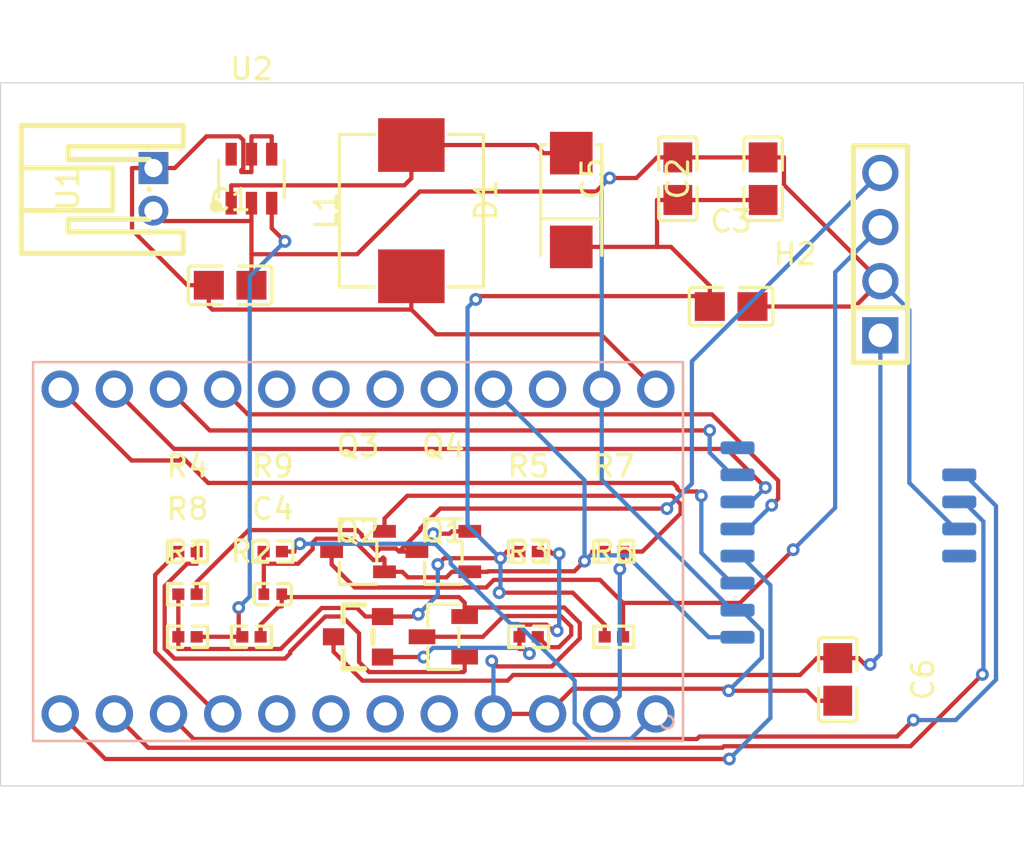
<source format=kicad_pcb>
(kicad_pcb (version 20241229) (generator "pcbnew") (generator_version "9.0")
  (layers (0 "F.Cu" signal) (2 "B.Cu" signal) (13 "F.Paste" user) (15 "B.Paste" user) (5 "F.SilkS" user "F.Silkscreen") (7 "B.SilkS" user "B.Silkscreen") (1 "F.Mask" user) (3 "B.Mask" user) (25 "Edge.Cuts" user))
  (net 0 "")
  (net 1 "dio1")
  (net 2 "GND")
  (net 3 "power_hv-VCC")
  (net 4 "power_out-VCC")
  (net 5 "MOSI")
  (net 6 "gpio4")
  (net 7 "adc0")
  (net 8 "adc2")
  (net 9 "FB")
  (net 10 "antenna")
  (net 11 "SDA")
  (net 12 "busy")
  (net 13 "mcu-uart-RX")
  (net 14 "footprint-reset-1")
  (net 15 "rfid-uart-TX")
  (net 16 "adc3")
  (net 17 "enable")
  (net 18 "footprint-G-1")
  (net 19 "SCLK")
  (net 20 "rfid-uart-RX")
  (net 21 "mcu-uart-TX")
  (net 22 "D")
  (net 23 "cs")
  (net 24 "net")
  (net 25 "SCL")
  (net 26 "gpio5")
  (net 27 "power_raw-VCC")
  (net 28 "footprint-G-0")
  (net 29 "power_lv-VCC")
  (net 30 "MISO")
  (net 31 "rf_sw1")
  (net 32 "A")
  (net 33 "adc1")
  (net 34 "footprint-reset-0")
  (footprint "XI_AN_Aerosemi_Tech_MT3608:SOT-23-6_L2.9-W1.6-P0.95-LS2.8-BL" (layer "F.Cu") (at 11 -35.5)
    (property "Reference" "U2")
    (property "Value" "")
    (fp_text user "${REFERENCE}" (at 0 -5.15 0) (layer "F.SilkS"))
    (pad "1" smd rect (at -0.95 1.15) (size 0.53 1.07) (layers "F.Cu" "F.Mask" "F.Paste") (net 32 "A"))
    (pad "2" smd rect (at 0 1.15) (size 0.53 1.07) (layers "F.Cu" "F.Mask" "F.Paste") (net 2 "GND"))
    (pad "3" smd rect (at 0.95 1.15) (size 0.53 1.07) (layers "F.Cu" "F.Mask" "F.Paste") (net 9 "FB"))
    (pad "4" smd rect (at 0.95 -1.15) (size 0.53 1.07) (layers "F.Cu" "F.Mask" "F.Paste") (net 27 "power_raw-VCC"))
    (pad "5" smd rect (at 0 -1.15) (size 0.53 1.07) (layers "F.Cu" "F.Mask" "F.Paste") (net 27 "power_raw-VCC"))
    (pad "6" smd rect (at -0.95 -1.15) (size 0.53 1.07) (layers "F.Cu" "F.Mask" "F.Paste") (net 24 "net"))
  )
  (footprint "SXN_SMMS0630_220M:IND-SMD_L7.3-W6.6_MHCI06030" (layer "F.Cu") (at 18.5 -34 90)
    (property "Reference" "L1")
    (property "Value" "22µH ±20% 135mΩ")
    (fp_text user "${REFERENCE}" (at 0 -4 90) (layer "F.SilkS"))
    (pad "1" smd rect (at -3.08 0 90) (size 2.52 3.12) (layers "F.Cu" "F.Mask" "F.Paste") (net 27 "power_raw-VCC"))
    (pad "2" smd rect (at 3.08 0 90) (size 2.52 3.12) (layers "F.Cu" "F.Mask" "F.Paste") (net 32 "A"))
  )
  (footprint "UNI_ROYAL_0402WGF1002TCE:R0402" (layer "F.Cu") (at 12 -18)
    (property "Reference" "R9")
    (property "Value" "10kΩ ±1% 62.5mW")
    (fp_text user "${REFERENCE}" (at 0 -4 0) (layer "F.SilkS"))
    (pad "1" smd rect (at -0.43 0) (size 0.57 0.54) (layers "F.Cu" "F.Mask" "F.Paste") (net 29 "power_lv-VCC"))
    (pad "2" smd rect (at 0.43 0) (size 0.57 0.54) (layers "F.Cu" "F.Mask" "F.Paste") (net 21 "mcu-uart-TX"))
  )
  (footprint "UNI_ROYAL_0402WGF1002TCE:R0402" (layer "F.Cu") (at 8 -16)
    (property "Reference" "R8")
    (property "Value" "10kΩ ±1% 62.5mW")
    (fp_text user "${REFERENCE}" (at 0 -4 0) (layer "F.SilkS"))
    (pad "1" smd rect (at -0.43 0) (size 0.57 0.54) (layers "F.Cu" "F.Mask" "F.Paste") (net 3 "power_hv-VCC"))
    (pad "2" smd rect (at 0.43 0) (size 0.57 0.54) (layers "F.Cu" "F.Mask" "F.Paste") (net 15 "rfid-uart-TX"))
  )
  (footprint "UNI_ROYAL_0402WGF2203TCE:R0402" (layer "F.Cu") (at 8 -14)
    (property "Reference" "R1")
    (property "Value" "220kΩ ±1% 62.5mW")
    (fp_text user "${REFERENCE}" (at 0 -4 0) (layer "F.SilkS"))
    (pad "1" smd rect (at -0.43 0) (size 0.57 0.54) (layers "F.Cu" "F.Mask" "F.Paste") (net 3 "power_hv-VCC"))
    (pad "2" smd rect (at 0.43 0) (size 0.57 0.54) (layers "F.Cu" "F.Mask" "F.Paste") (net 9 "FB"))
  )
  (footprint "UNI_ROYAL_0402WGF3002TCE:R0402" (layer "F.Cu") (at 11 -14)
    (property "Reference" "R2")
    (property "Value" "30kΩ ±1% 62.5mW")
    (fp_text user "${REFERENCE}" (at 0 -4 0) (layer "F.SilkS"))
    (pad "1" smd rect (at -0.43 0) (size 0.57 0.54) (layers "F.Cu" "F.Mask" "F.Paste") (net 9 "FB"))
    (pad "2" smd rect (at 0.43 0) (size 0.57 0.54) (layers "F.Cu" "F.Mask" "F.Paste") (net 2 "GND"))
  )
  (footprint "Changjiang_Electronics_Tech_2N7002:SOT-23-3_L2.9-W1.3-P1.90-LS2.4-BR" (layer "F.Cu") (at 20 -14)
    (property "Reference" "Q1")
    (property "Value" "")
    (fp_text user "${REFERENCE}" (at 0 -4.95 0) (layer "F.SilkS"))
    (pad "1" smd rect (at 1 0.95) (size 1.25 0.7) (layers "F.Cu" "F.Mask" "F.Paste") (net 28 "footprint-G-0"))
    (pad "2" smd rect (at 1 -0.95) (size 1.25 0.7) (layers "F.Cu" "F.Mask" "F.Paste") (net 2 "GND"))
    (pad "3" smd rect (at -1 0) (size 1.25 0.7) (layers "F.Cu" "F.Mask" "F.Paste") (net 22 "D"))
  )
  (footprint "UNI_ROYAL_0402WGF1002TCE:R0402" (layer "F.Cu") (at 28 -18)
    (property "Reference" "R7")
    (property "Value" "10kΩ ±1% 62.5mW")
    (fp_text user "${REFERENCE}" (at 0 -4 0) (layer "F.SilkS"))
    (pad "1" smd rect (at -0.43 0) (size 0.57 0.54) (layers "F.Cu" "F.Mask" "F.Paste") (net 29 "power_lv-VCC"))
    (pad "2" smd rect (at 0.43 0) (size 0.57 0.54) (layers "F.Cu" "F.Mask" "F.Paste") (net 13 "mcu-uart-RX"))
  )
  (footprint "UNI_ROYAL_0402WGF1001TCE:R0402" (layer "F.Cu") (at 24 -14)
    (property "Reference" "R3")
    (property "Value" "1kΩ ±1% 62.5mW")
    (fp_text user "${REFERENCE}" (at 0 -4 0) (layer "F.SilkS"))
    (pad "1" smd rect (at -0.43 0) (size 0.57 0.54) (layers "F.Cu" "F.Mask" "F.Paste") (net 18 "footprint-G-1"))
    (pad "2" smd rect (at 0.43 0) (size 0.57 0.54) (layers "F.Cu" "F.Mask" "F.Paste") (net 22 "D"))
  )
  (footprint "Samsung_Electro_Mechanics_CL05B104KO5NNNC:C0402" (layer "F.Cu") (at 12 -16)
    (property "Reference" "C4")
    (property "Value" "100nF ±10% 16V X7R")
    (fp_text user "${REFERENCE}" (at 0 -4 0) (layer "F.SilkS"))
    (pad "1" smd rect (at -0.42 0) (size 0.5 0.54) (layers "F.Cu" "F.Mask" "F.Paste") (net 29 "power_lv-VCC"))
    (pad "2" smd rect (at 0.42 0) (size 0.5 0.54) (layers "F.Cu" "F.Mask" "F.Paste") (net 2 "GND"))
  )
  (footprint "MDD_Microdiode_Electronics_SS34:SMA_L4.3-W2.6-LS5.2-RD" (layer "F.Cu") (at 26 -34.5 90)
    (property "Reference" "D1")
    (property "Value" "")
    (fp_text user "${REFERENCE}" (at 0 -4 90) (layer "F.SilkS"))
    (pad "1" smd rect (at -2.2 0 270) (size 2 2) (layers "F.Cu" "F.Mask" "F.Paste") (net 3 "power_hv-VCC"))
    (pad "2" smd rect (at 2.2 0 270) (size 2 2) (layers "F.Cu" "F.Mask" "F.Paste") (net 32 "A"))
  )
  (footprint "Ckmtw_B_2100S04P_A110:HDR-TH_4P-P2.54-V-M" (layer "F.Cu") (at 40.5 -31.96 90)
    (property "Reference" "H2" (at 0 -4 0) (layer "F.SilkS"))
    (property "Value" "")
    (pad "1" thru_hole rect (at -3.81 0 90) (size 1.7 1.7) (drill 1.1) (layers "*.Cu" "*.Mask") (net 4 "power_out-VCC"))
    (pad "2" thru_hole circle (at -1.27 0 90) (size 1.7 1.7) (drill 1.1) (layers "*.Cu" "*.Mask") (net 2 "GND"))
    (pad "3" thru_hole circle (at 1.27 0 90) (size 1.7 1.7) (drill 1.1) (layers "*.Cu" "*.Mask") (net 20 "rfid-uart-RX"))
    (pad "4" thru_hole circle (at 3.81 0 90) (size 1.7 1.7) (drill 1.1) (layers "*.Cu" "*.Mask") (net 15 "rfid-uart-TX"))
  )
  (footprint "onsemi_BSS138:SOT-23-3_L2.9-W1.6-P1.90-LS2.8-BR" (layer "F.Cu") (at 16 -18)
    (property "Reference" "Q3")
    (property "Value" "")
    (fp_text user "${REFERENCE}" (at 0 -4.95 0) (layer "F.SilkS"))
    (pad "1" smd rect (at 1.24 0.95) (size 1.07 0.6) (layers "F.Cu" "F.Mask" "F.Paste") (net 29 "power_lv-VCC"))
    (pad "2" smd rect (at 1.24 -0.95) (size 1.07 0.6) (layers "F.Cu" "F.Mask" "F.Paste") (net 13 "mcu-uart-RX"))
    (pad "3" smd rect (at -1.24 0) (size 1.07 0.6) (layers "F.Cu" "F.Mask" "F.Paste") (net 20 "rfid-uart-RX"))
  )
  (footprint "UNI_ROYAL_0402WGF1002TCE:R0402" (layer "F.Cu") (at 28 -14)
    (property "Reference" "R6")
    (property "Value" "10kΩ ±1% 62.5mW")
    (fp_text user "${REFERENCE}" (at 0 -4 0) (layer "F.SilkS"))
    (pad "1" smd rect (at -0.43 0) (size 0.57 0.54) (layers "F.Cu" "F.Mask" "F.Paste") (net 3 "power_hv-VCC"))
    (pad "2" smd rect (at 0.43 0) (size 0.57 0.54) (layers "F.Cu" "F.Mask" "F.Paste") (net 20 "rfid-uart-RX"))
  )
  (footprint "Samsung_Electro_Mechanics_CL21A226MAQNNNE:C0805" (layer "F.Cu") (at 10 -30.5)
    (property "Reference" "C1")
    (property "Value" "22µF ±20% 25V X5R")
    (fp_text user "${REFERENCE}" (at 0 -4 0) (layer "F.SilkS"))
    (pad "1" smd rect (at -1 0) (size 1.41 1.35) (layers "F.Cu" "F.Mask" "F.Paste") (net 27 "power_raw-VCC"))
    (pad "2" smd rect (at 1 0) (size 1.41 1.35) (layers "F.Cu" "F.Mask" "F.Paste") (net 2 "GND"))
  )
  (footprint "UNI_ROYAL_0402WGF1002TCE:R0402" (layer "F.Cu") (at 8 -18)
    (property "Reference" "R4")
    (property "Value" "10kΩ ±1% 62.5mW")
    (fp_text user "${REFERENCE}" (at 0 -4 0) (layer "F.SilkS"))
    (pad "1" smd rect (at -0.43 0) (size 0.57 0.54) (layers "F.Cu" "F.Mask" "F.Paste") (net 17 "enable"))
    (pad "2" smd rect (at 0.43 0) (size 0.57 0.54) (layers "F.Cu" "F.Mask" "F.Paste") (net 28 "footprint-G-0"))
  )
  (footprint "Samsung_Electro_Mechanics_CL21A106KAYNNNE:C0805" (layer "F.Cu") (at 38.5 -12 -90)
    (property "Reference" "C6")
    (property "Value" "10µF ±10% 25V X5R")
    (fp_text user "${REFERENCE}" (at 0 -4 90) (layer "F.SilkS"))
    (pad "1" smd rect (at -1 0 270) (size 1.41 1.35) (layers "F.Cu" "F.Mask" "F.Paste") (net 4 "power_out-VCC"))
    (pad "2" smd rect (at 1 0 270) (size 1.41 1.35) (layers "F.Cu" "F.Mask" "F.Paste") (net 2 "GND"))
  )
  (footprint "Samsung_Electro_Mechanics_CL21A476MQYNNNE:C0805" (layer "F.Cu") (at 31 -35.5 90)
    (property "Reference" "C5")
    (property "Value" "47µF ±20% 6.3V X5R")
    (fp_text user "${REFERENCE}" (at 0 -4 90) (layer "F.SilkS"))
    (pad "1" smd rect (at -1 0 90) (size 1.41 1.35) (layers "F.Cu" "F.Mask" "F.Paste") (net 3 "power_hv-VCC"))
    (pad "2" smd rect (at 1 0 90) (size 1.41 1.35) (layers "F.Cu" "F.Mask" "F.Paste") (net 2 "GND"))
  )
  (footprint "UNI_ROYAL_0402WGF1002TCE:R0402" (layer "F.Cu") (at 24 -18)
    (property "Reference" "R5")
    (property "Value" "10kΩ ±1% 62.5mW")
    (fp_text user "${REFERENCE}" (at 0 -4 0) (layer "F.SilkS"))
    (pad "1" smd rect (at -0.43 0) (size 0.57 0.54) (layers "F.Cu" "F.Mask" "F.Paste") (net 3 "power_hv-VCC"))
    (pad "2" smd rect (at 0.43 0) (size 0.57 0.54) (layers "F.Cu" "F.Mask" "F.Paste") (net 18 "footprint-G-1"))
  )
  (footprint "Samsung_Electro_Mechanics_CL21A226MAQNNNE:C0805" (layer "F.Cu") (at 33.5 -29.5)
    (property "Reference" "C3")
    (property "Value" "22µF ±20% 25V X5R")
    (fp_text user "${REFERENCE}" (at 0 -4 0) (layer "F.SilkS"))
    (pad "1" smd rect (at -1 0) (size 1.41 1.35) (layers "F.Cu" "F.Mask" "F.Paste") (net 3 "power_hv-VCC"))
    (pad "2" smd rect (at 1 0) (size 1.41 1.35) (layers "F.Cu" "F.Mask" "F.Paste") (net 2 "GND"))
  )
  (footprint "Alpha___Omega_Semicon_AO3401A:SOT-23_L2.9-W1.3-P1.90-LS2.4-BR" (layer "F.Cu") (at 16 -14)
    (property "Reference" "Q2")
    (property "Value" "")
    (fp_text user "${REFERENCE}" (at 0 -4.95 0) (layer "F.SilkS"))
    (pad "1" smd rect (at 1.15 0.95 180) (size 1 0.8) (layers "F.Cu" "F.Mask" "F.Paste") (net 18 "footprint-G-1"))
    (pad "2" smd rect (at 1.15 -0.95 180) (size 1 0.8) (layers "F.Cu" "F.Mask" "F.Paste") (net 3 "power_hv-VCC"))
    (pad "3" smd rect (at -1.15 0 180) (size 1 0.8) (layers "F.Cu" "F.Mask" "F.Paste") (net 4 "power_out-VCC"))
  )
  (footprint "Samsung_Electro_Mechanics_CL21A226MAQNNNE:C0805" (layer "F.Cu") (at 35 -35.5 90)
    (property "Reference" "C2")
    (property "Value" "22µF ±20% 25V X5R")
    (fp_text user "${REFERENCE}" (at 0 -4 90) (layer "F.SilkS"))
    (pad "1" smd rect (at -1 0 90) (size 1.41 1.35) (layers "F.Cu" "F.Mask" "F.Paste") (net 3 "power_hv-VCC"))
    (pad "2" smd rect (at 1 0 90) (size 1.41 1.35) (layers "F.Cu" "F.Mask" "F.Paste") (net 2 "GND"))
  )
  (footprint "onsemi_BSS138:SOT-23-3_L2.9-W1.6-P1.90-LS2.8-BR" (layer "F.Cu") (at 20 -18)
    (property "Reference" "Q4")
    (property "Value" "")
    (fp_text user "${REFERENCE}" (at 0 -4.95 0) (layer "F.SilkS"))
    (pad "1" smd rect (at 1.24 0.95) (size 1.07 0.6) (layers "F.Cu" "F.Mask" "F.Paste") (net 29 "power_lv-VCC"))
    (pad "2" smd rect (at 1.24 -0.95) (size 1.07 0.6) (layers "F.Cu" "F.Mask" "F.Paste") (net 21 "mcu-uart-TX"))
    (pad "3" smd rect (at -1.24 0) (size 1.07 0.6) (layers "F.Cu" "F.Mask" "F.Paste") (net 15 "rfid-uart-TX"))
  )
  (footprint "JST_Sales_America_S2B_PH_K_S_LF__SN:CONN-TH_S2B-PH-K-S-LF-SN" (layer "F.Cu") (at 6.4 -35 90)
    (property "Reference" "U1")
    (property "Value" "")
    (fp_text user "${REFERENCE}" (at 0 -4 90) (layer "F.SilkS"))
    (pad "1" thru_hole rect (at 1 0 90) (size 1.5 1.4) (drill 0.849986) (layers "*.Cu" "*.Mask") (net 27 "power_raw-VCC"))
    (pad "2" thru_hole circle (at -1 0 90) (size 1.4 1.4) (drill 0.849986) (layers "*.Cu" "*.Mask") (net 2 "GND"))
  )
  (footprint "WioSX1262:WioSX1262" (layer "B.Cu") (at 33.5 -24.2 -90)
    (property "Reference" "U3")
    (property "Value" "")
    (pad "1" smd roundrect (at 1.33 -0.3 270) (size 0.6 1.6) (layers "B.Cu" "B.Mask" "B.Paste") (net 31 "rf_sw1"))
    (pad "2" smd roundrect (at 2.6 -0.3 270) (size 0.6 1.6) (layers "B.Cu" "B.Mask" "B.Paste") (net 30 "MISO"))
    (pad "3" smd roundrect (at 3.87 -0.3 270) (size 0.6 1.6) (layers "B.Cu" "B.Mask" "B.Paste") (net 5 "MOSI"))
    (pad "4" smd roundrect (at 5.14 -0.3 270) (size 0.6 1.6) (layers "B.Cu" "B.Mask" "B.Paste") (net 19 "SCLK"))
    (pad "5" smd roundrect (at 6.41 -0.3 270) (size 0.6 1.6) (layers "B.Cu" "B.Mask" "B.Paste") (net 34 "footprint-reset-0"))
    (pad "6" smd roundrect (at 7.68 -0.3 270) (size 0.6 1.6) (layers "B.Cu" "B.Mask" "B.Paste") (net 23 "cs"))
    (pad "7" smd roundrect (at 8.95 -0.3 270) (size 0.6 1.6) (layers "B.Cu" "B.Mask" "B.Paste") (net 2 "GND"))
    (pad "8" smd roundrect (at 10.22 -0.3 270) (size 0.6 1.6) (layers "B.Cu" "B.Mask" "B.Paste") (net 29 "power_lv-VCC"))
    (pad "9" smd roundrect (at 6.41 -10.7 270) (size 0.6 1.6) (layers "B.Cu" "B.Mask" "B.Paste") (net 10 "antenna"))
    (pad "10" smd roundrect (at 5.14 -10.7 270) (size 0.6 1.6) (layers "B.Cu" "B.Mask" "B.Paste") (net 2 "GND"))
    (pad "11" smd roundrect (at 3.87 -10.7 270) (size 0.6 1.6) (layers "B.Cu" "B.Mask" "B.Paste") (net 12 "busy"))
    (pad "12" smd roundrect (at 2.6 -10.7 270) (size 0.6 1.6) (layers "B.Cu" "B.Mask" "B.Paste") (net 1 "dio1"))
  )
  (footprint "ProMicro_nRF52840:ProMicro_nRF52840" (layer "B.Cu") (at 16 -18 180)
    (property "Reference" "U4")
    (property "Value" "")
    (pad "1" thru_hole circle (at -13.97 -7.62 180) (size 1.7526 1.7526) (drill 1.0922) (layers "*.Cu" "*.Mask") (net 21 "mcu-uart-TX"))
    (pad "2" thru_hole circle (at -11.43 -7.62 180) (size 1.7526 1.7526) (drill 1.0922) (layers "*.Cu" "*.Mask") (net 13 "mcu-uart-RX"))
    (pad "3" thru_hole circle (at -8.89 -7.62 180) (size 1.7526 1.7526) (drill 1.0922) (layers "*.Cu" "*.Mask") (net 2 "GND"))
    (pad "4" thru_hole circle (at -6.35 -7.62 180) (size 1.7526 1.7526) (drill 1.0922) (layers "*.Cu" "*.Mask") (net 2 "GND"))
    (pad "5" thru_hole circle (at -3.81 -7.62 180) (size 1.7526 1.7526) (drill 1.0922) (layers "*.Cu" "*.Mask") (net 11 "SDA"))
    (pad "6" thru_hole circle (at -1.27 -7.62 180) (size 1.7526 1.7526) (drill 1.0922) (layers "*.Cu" "*.Mask") (net 25 "SCL"))
    (pad "7" thru_hole circle (at 1.27 -7.62 180) (size 1.7526 1.7526) (drill 1.0922) (layers "*.Cu" "*.Mask") (net 6 "gpio4"))
    (pad "8" thru_hole circle (at 3.81 -7.62 180) (size 1.7526 1.7526) (drill 1.0922) (layers "*.Cu" "*.Mask") (net 26 "gpio5"))
    (pad "9" thru_hole circle (at 6.35 -7.62 180) (size 1.7526 1.7526) (drill 1.0922) (layers "*.Cu" "*.Mask") (net 17 "enable"))
    (pad "10" thru_hole circle (at 8.89 -7.62 180) (size 1.7526 1.7526) (drill 1.0922) (layers "*.Cu" "*.Mask") (net 1 "dio1"))
    (pad "11" thru_hole circle (at 11.43 -7.62 180) (size 1.7526 1.7526) (drill 1.0922) (layers "*.Cu" "*.Mask") (net 12 "busy"))
    (pad "12" thru_hole circle (at 13.97 -7.62 180) (size 1.7526 1.7526) (drill 1.0922) (layers "*.Cu" "*.Mask") (net 34 "footprint-reset-0"))
    (pad "13" thru_hole circle (at 13.97 7.62 180) (size 1.7526 1.7526) (drill 1.0922) (layers "*.Cu" "*.Mask") (net 23 "cs"))
    (pad "14" thru_hole circle (at 11.43 7.62 180) (size 1.7526 1.7526) (drill 1.0922) (layers "*.Cu" "*.Mask") (net 5 "MOSI"))
    (pad "15" thru_hole circle (at 8.89 7.62 180) (size 1.7526 1.7526) (drill 1.0922) (layers "*.Cu" "*.Mask") (net 30 "MISO"))
    (pad "16" thru_hole circle (at 6.35 7.62 180) (size 1.7526 1.7526) (drill 1.0922) (layers "*.Cu" "*.Mask") (net 19 "SCLK"))
    (pad "17" thru_hole circle (at 3.81 7.62 180) (size 1.7526 1.7526) (drill 1.0922) (layers "*.Cu" "*.Mask") (net 16 "adc3"))
    (pad "18" thru_hole circle (at 1.27 7.62 180) (size 1.7526 1.7526) (drill 1.0922) (layers "*.Cu" "*.Mask") (net 8 "adc2"))
    (pad "19" thru_hole circle (at -1.27 7.62 180) (size 1.7526 1.7526) (drill 1.0922) (layers "*.Cu" "*.Mask") (net 33 "adc1"))
    (pad "20" thru_hole circle (at -3.81 7.62 180) (size 1.7526 1.7526) (drill 1.0922) (layers "*.Cu" "*.Mask") (net 7 "adc0"))
    (pad "21" thru_hole circle (at -6.35 7.62 180) (size 1.7526 1.7526) (drill 1.0922) (layers "*.Cu" "*.Mask") (net 29 "power_lv-VCC"))
    (pad "22" thru_hole circle (at -8.89 7.62 180) (size 1.7526 1.7526) (drill 1.0922) (layers "*.Cu" "*.Mask") (net 14 "footprint-reset-1"))
    (pad "23" thru_hole circle (at -11.43 7.62 180) (size 1.7526 1.7526) (drill 1.0922) (layers "*.Cu" "*.Mask") (net 2 "GND"))
    (pad "24" thru_hole circle (at -13.97 7.62 180) (size 1.7526 1.7526) (drill 1.0922) (layers "*.Cu" "*.Mask") (net 27 "power_raw-VCC"))
  )
  (gr_rect (start -0.77 -40) (end 47.23 -7) (stroke (width 0.05)) (fill no) (layer "Edge.Cuts"))
  (segment (start 32.0138 -9.319) (end 31.8968 -9.202) (width 0.2) (layer "F.Cu") (net 1))
  (segment (start 31.8968 -9.202) (end 8.288 -9.202) (width 0.2) (layer "F.Cu") (net 1))
  (segment (start 41.2752 -9.319) (end 32.0138 -9.319) (width 0.2) (layer "F.Cu") (net 1))
  (segment (start 42.0472 -10.091) (end 41.2752 -9.319) (width 0.2) (layer "F.Cu") (net 1))
  (segment (start 8.288 -9.202) (end 7.11 -10.38) (width 0.2) (layer "F.Cu") (net 1))
  (via (at 42.0472 -10.091) (size 0.6) (drill 0.3) (layers "F.Cu" "B.Cu") (net 1))
  (segment (start 45.9226 -11.9866) (end 44.027 -10.091) (width 0.2) (layer "B.Cu") (net 1))
  (segment (start 45.9226 -20.1444) (end 45.9226 -11.9866) (width 0.2) (layer "B.Cu") (net 1))
  (segment (start 44.027 -10.091) (end 42.0472 -10.091) (width 0.2) (layer "B.Cu") (net 1))
  (segment (start 44.467 -21.6) (end 45.9226 -20.1444) (width 0.2) (layer "B.Cu") (net 1))
  (segment (start 44.2 -21.6) (end 44.467 -21.6) (width 0.2) (layer "B.Cu") (net 1))
  (segment (start 22.531 -12.6094) (end 25.089 -12.6094) (width 0.2) (layer "F.Cu") (net 2))
  (segment (start 33.2902 -11.5606) (end 26.0706 -11.5606) (width 0.2) (layer "F.Cu") (net 2))
  (segment (start 26.4002 -13.9206) (end 26.4002 -14.6485) (width 0.2) (layer "F.Cu") (net 2))
  (segment (start 35.9767 -36.5) (end 35.9767 -35.2133) (width 0.2) (layer "F.Cu") (net 2))
  (segment (start 15.9549 -31.9549) (end 18.9002 -34.9002) (width 0.2) (layer "F.Cu") (net 2))
  (segment (start 11 -31.9549) (end 11 -33.5133) (width 0.2) (layer "F.Cu") (net 2))
  (segment (start 21 -14.95) (end 21 -15.2759) (width 0.2) (layer "F.Cu") (net 2))
  (segment (start 22.35 -10.38) (end 24.89 -10.38) (width 0.2) (layer "F.Cu") (net 2))
  (segment (start 37.5233 -11) (end 37.0553 -11.468) (width 0.2) (layer "F.Cu") (net 2))
  (segment (start 11 -31.4767) (end 11 -31.9549) (width 0.2) (layer "F.Cu") (net 2))
  (segment (start 27.171 -34.9002) (end 27.8031 -35.5323) (width 0.2) (layer "F.Cu") (net 2))
  (segment (start 25.089 -12.6094) (end 26.4002 -13.9206) (width 0.2) (layer "F.Cu") (net 2))
  (segment (start 26.0706 -11.5606) (end 24.89 -10.38) (width 0.2) (layer "F.Cu") (net 2))
  (segment (start 37.0553 -11.468) (end 33.3828 -11.468) (width 0.2) (layer "F.Cu") (net 2))
  (segment (start 20.7398 -15.8619) (end 21 -15.6017) (width 0.2) (layer "F.Cu") (net 2))
  (segment (start 29.0556 -35.5323) (end 30.0233 -36.5) (width 0.2) (layer "F.Cu") (net 2))
  (segment (start 11 -34.35) (end 11 -33.5133) (width 0.2) (layer "F.Cu") (net 2))
  (segment (start 40.5 -30.69) (end 39.31 -29.5) (width 0.2) (layer "F.Cu") (net 2))
  (segment (start 11 -30.5) (end 11 -31.4767) (width 0.2) (layer "F.Cu") (net 2))
  (segment (start 25.6735 -15.3752) (end 21.0993 -15.3752) (width 0.2) (layer "F.Cu") (net 2))
  (segment (start 21.0993 -15.3752) (end 21 -15.2759) (width 0.2) (layer "F.Cu") (net 2))
  (segment (start 11 -31.9549) (end 15.9549 -31.9549) (width 0.2) (layer "F.Cu") (net 2))
  (segment (start 26.4002 -14.6485) (end 25.6735 -15.3752) (width 0.2) (layer "F.Cu") (net 2))
  (segment (start 35 -36.5) (end 35.9767 -36.5) (width 0.2) (layer "F.Cu") (net 2))
  (segment (start 35.9767 -35.2133) (end 40.5 -30.69) (width 0.2) (layer "F.Cu") (net 2))
  (segment (start 38.5 -11) (end 37.5233 -11) (width 0.2) (layer "F.Cu") (net 2))
  (segment (start 31 -36.5) (end 30.0233 -36.5) (width 0.2) (layer "F.Cu") (net 2))
  (segment (start 6.8867 -33.5133) (end 6.4 -34) (width 0.2) (layer "F.Cu") (net 2))
  (segment (start 22.2695 -12.8709) (end 22.531 -12.6094) (width 0.2) (layer "F.Cu") (net 2))
  (segment (start 12.42 -15.8619) (end 12.42 -15.4283) (width 0.2) (layer "F.Cu") (net 2))
  (segment (start 39.31 -29.5) (end 34.5 -29.5) (width 0.2) (layer "F.Cu") (net 2))
  (segment (start 11 -33.5133) (end 6.8867 -33.5133) (width 0.2) (layer "F.Cu") (net 2))
  (segment (start 12.2866 -15.4283) (end 11.43 -14.5717) (width 0.2) (layer "F.Cu") (net 2))
  (segment (start 31 -36.5) (end 35 -36.5) (width 0.2) (layer "F.Cu") (net 2))
  (segment (start 12.42 -15.4283) (end 12.2866 -15.4283) (width 0.2) (layer "F.Cu") (net 2))
  (segment (start 21 -15.2759) (end 21 -15.6017) (width 0.2) (layer "F.Cu") (net 2))
  (segment (start 18.9002 -34.9002) (end 27.171 -34.9002) (width 0.2) (layer "F.Cu") (net 2))
  (segment (start 12.42 -15.8619) (end 20.7398 -15.8619) (width 0.2) (layer "F.Cu") (net 2))
  (segment (start 27.8031 -35.5323) (end 29.0556 -35.5323) (width 0.2) (layer "F.Cu") (net 2))
  (segment (start 11.43 -14) (end 11.43 -14.5717) (width 0.2) (layer "F.Cu") (net 2))
  (segment (start 33.3828 -11.468) (end 33.2902 -11.5606) (width 0.2) (layer "F.Cu") (net 2))
  (segment (start 12.42 -16) (end 12.42 -15.8619) (width 0.2) (layer "F.Cu") (net 2))
  (via (at 22.2695 -12.8709) (size 0.6) (drill 0.3) (layers "F.Cu" "B.Cu") (net 2))
  (via (at 33.3828 -11.468) (size 0.6) (drill 0.3) (layers "F.Cu" "B.Cu") (net 2))
  (via (at 27.8031 -35.5323) (size 0.6) (drill 0.3) (layers "F.Cu" "B.Cu") (net 2))
  (segment (start 34.9412 -14.2922) (end 34.9412 -13.0264) (width 0.2) (layer "B.Cu") (net 2))
  (segment (start 41.8582 -29.3318) (end 40.5 -30.69) (width 0.2) (layer "B.Cu") (net 2))
  (segment (start 27.43 -21.3666) (end 33.5466 -15.25) (width 0.2) (layer "B.Cu") (net 2))
  (segment (start 22.2695 -12.8709) (end 22.35 -12.7904) (width 0.2) (layer "B.Cu") (net 2))
  (segment (start 44.2 -19.06) (end 44.0235 -19.06) (width 0.2) (layer "B.Cu") (net 2))
  (segment (start 27.43 -25.62) (end 27.43 -21.3666) (width 0.2) (layer "B.Cu") (net 2))
  (segment (start 44.0235 -19.06) (end 41.8582 -21.2253) (width 0.2) (layer "B.Cu") (net 2))
  (segment (start 27.8031 -35.5323) (end 27.43 -35.1592) (width 0.2) (layer "B.Cu") (net 2))
  (segment (start 22.35 -12.7904) (end 22.35 -10.38) (width 0.2) (layer "B.Cu") (net 2))
  (segment (start 27.43 -35.1592) (end 27.43 -25.62) (width 0.2) (layer "B.Cu") (net 2))
  (segment (start 34.9412 -13.0264) (end 33.3828 -11.468) (width 0.2) (layer "B.Cu") (net 2))
  (segment (start 33.9834 -15.25) (end 34.9412 -14.2922) (width 0.2) (layer "B.Cu") (net 2))
  (segment (start 33.5466 -15.25) (end 33.8 -15.25) (width 0.2) (layer "B.Cu") (net 2))
  (segment (start 33.8 -15.25) (end 33.9834 -15.25) (width 0.2) (layer "B.Cu") (net 2))
  (segment (start 41.8582 -21.2253) (end 41.8582 -29.3318) (width 0.2) (layer "B.Cu") (net 2))
  (segment (start 26 -32.3) (end 27.3017 -32.3) (width 0.2) (layer "F.Cu") (net 3))
  (segment (start 18.7186 -14.95) (end 18.8246 -15.056) (width 0.2) (layer "F.Cu") (net 3))
  (segment (start 30.0233 -32.3) (end 30.6767 -32.3) (width 0.2) (layer "F.Cu") (net 3))
  (segment (start 16.7492 -14.95) (end 17.15 -14.95) (width 0.2) (layer "F.Cu") (net 3))
  (segment (start 14.294 -15.3517) (end 12.3707 -13.4284) (width 0.2) (layer "F.Cu") (net 3))
  (segment (start 30.6767 -32.3) (end 32.5 -30.4767) (width 0.2) (layer "F.Cu") (net 3))
  (segment (start 16.7492 -14.95) (end 16.3483 -14.95) (width 0.2) (layer "F.Cu") (net 3))
  (segment (start 7.57 -14) (end 7.57 -13.4283) (width 0.2) (layer "F.Cu") (net 3))
  (segment (start 20.0396 -17.6891) (end 22.6791 -17.6891) (width 0.2) (layer "F.Cu") (net 3))
  (segment (start 23.57 -18) (end 22.9833 -18) (width 0.2) (layer "F.Cu") (net 3))
  (segment (start 22.6791 -17.6891) (end 22.9833 -17.9933) (width 0.2) (layer "F.Cu") (net 3))
  (segment (start 32.5 -29.5) (end 32.5 -29.9884) (width 0.2) (layer "F.Cu") (net 3))
  (segment (start 27.57 -14.5717) (end 26.0694 -16.0723) (width 0.2) (layer "F.Cu") (net 3))
  (segment (start 12.3707 -13.4284) (end 12.3707 -13.4283) (width 0.2) (layer "F.Cu") (net 3))
  (segment (start 30.0233 -34.5) (end 30.0233 -32.3) (width 0.2) (layer "F.Cu") (net 3))
  (segment (start 27.57 -14) (end 27.57 -14.5717) (width 0.2) (layer "F.Cu") (net 3))
  (segment (start 27.3017 -32.3) (end 30.0233 -32.3) (width 0.2) (layer "F.Cu") (net 3))
  (segment (start 31 -34.5) (end 30.0233 -34.5) (width 0.2) (layer "F.Cu") (net 3))
  (segment (start 31 -34.5) (end 35 -34.5) (width 0.2) (layer "F.Cu") (net 3))
  (segment (start 16.3483 -14.95) (end 15.9466 -15.3517) (width 0.2) (layer "F.Cu") (net 3))
  (segment (start 15.9466 -15.3517) (end 14.294 -15.3517) (width 0.2) (layer "F.Cu") (net 3))
  (segment (start 22.9833 -17.9933) (end 22.9833 -18) (width 0.2) (layer "F.Cu") (net 3))
  (segment (start 32.5 -29.9884) (end 32.5 -30.4767) (width 0.2) (layer "F.Cu") (net 3))
  (segment (start 18.7186 -14.95) (end 18.8246 -15.056) (width 0.2) (layer "F.Cu") (net 3))
  (segment (start 32.5 -29.9884) (end 21.6747 -29.9884) (width 0.2) (layer "F.Cu") (net 3))
  (segment (start 12.3707 -13.4283) (end 7.57 -13.4283) (width 0.2) (layer "F.Cu") (net 3))
  (segment (start 19.7419 -17.3914) (end 20.0396 -17.6891) (width 0.2) (layer "F.Cu") (net 3))
  (segment (start 17.15 -14.95) (end 18.7186 -14.95) (width 0.2) (layer "F.Cu") (net 3))
  (segment (start 18.8246 -15.056) (end 18.7186 -14.95) (width 0.2) (layer "F.Cu") (net 3))
  (segment (start 7.57 -14) (end 7.57 -16) (width 0.2) (layer "F.Cu") (net 3))
  (segment (start 21.6747 -29.9884) (end 21.5202 -29.8339) (width 0.2) (layer "F.Cu") (net 3))
  (segment (start 26.0694 -16.0723) (end 22.6187 -16.0723) (width 0.2) (layer "F.Cu") (net 3))
  (via (at 19.7419 -17.3914) (size 0.6) (drill 0.3) (layers "F.Cu" "B.Cu") (net 3))
  (via (at 22.6791 -17.6891) (size 0.6) (drill 0.3) (layers "F.Cu" "B.Cu") (net 3))
  (via (at 18.8246 -15.056) (size 0.6) (drill 0.3) (layers "F.Cu" "B.Cu") (net 3))
  (via (at 21.5202 -29.8339) (size 0.6) (drill 0.3) (layers "F.Cu" "B.Cu") (net 3))
  (via (at 22.6187 -16.0723) (size 0.6) (drill 0.3) (layers "F.Cu" "B.Cu") (net 3))
  (segment (start 19.7419 -15.9733) (end 19.7419 -17.3914) (width 0.2) (layer "B.Cu") (net 3))
  (segment (start 18.7186 -14.95) (end 18.8246 -15.056) (width 0.2) (layer "B.Cu") (net 3))
  (segment (start 21.135 -19.2332) (end 22.6791 -17.6891) (width 0.2) (layer "B.Cu") (net 3))
  (segment (start 22.6187 -16.0723) (end 22.6791 -16.1327) (width 0.2) (layer "B.Cu") (net 3))
  (segment (start 22.6791 -16.1327) (end 22.6791 -17.6891) (width 0.2) (layer "B.Cu") (net 3))
  (segment (start 21.135 -29.4487) (end 21.135 -19.2332) (width 0.2) (layer "B.Cu") (net 3))
  (segment (start 21.5202 -29.8339) (end 21.135 -29.4487) (width 0.2) (layer "B.Cu") (net 3))
  (segment (start 18.8246 -15.056) (end 18.7186 -14.95) (width 0.2) (layer "B.Cu") (net 3))
  (segment (start 18.8246 -15.056) (end 19.7419 -15.9733) (width 0.2) (layer "B.Cu") (net 3))
  (segment (start 38.9884 -13) (end 39.4767 -13) (width 0.2) (layer "F.Cu") (net 4))
  (segment (start 14.85 -14) (end 14.85 -13.2983) (width 0.2) (layer "F.Cu") (net 4))
  (segment (start 39.7741 -12.7026) (end 39.4767 -13) (width 0.2) (layer "F.Cu") (net 4))
  (segment (start 38.9884 -13) (end 38.5 -13) (width 0.2) (layer "F.Cu") (net 4))
  (segment (start 23.2801 -12.2077) (end 36.731 -12.2077) (width 0.2) (layer "F.Cu") (net 4))
  (segment (start 38.5 -13) (end 37.5233 -13) (width 0.2) (layer "F.Cu") (net 4))
  (segment (start 36.731 -12.2077) (end 37.5233 -13) (width 0.2) (layer "F.Cu") (net 4))
  (segment (start 14.85 -13.2983) (end 16.2067 -11.9416) (width 0.2) (layer "F.Cu") (net 4))
  (segment (start 23.014 -11.9416) (end 23.2801 -12.2077) (width 0.2) (layer "F.Cu") (net 4))
  (segment (start 40.0216 -12.7026) (end 39.7741 -12.7026) (width 0.2) (layer "F.Cu") (net 4))
  (segment (start 16.2067 -11.9416) (end 23.014 -11.9416) (width 0.2) (layer "F.Cu") (net 4))
  (via (at 40.0216 -12.7026) (size 0.6) (drill 0.3) (layers "F.Cu" "B.Cu") (net 4))
  (segment (start 40.5 -28.15) (end 40.5 -13.181) (width 0.2) (layer "B.Cu") (net 4))
  (segment (start 40.5 -13.181) (end 40.0216 -12.7026) (width 0.2) (layer "B.Cu") (net 4))
  (segment (start 35.104 -21.0047) (end 33.2899 -22.8188) (width 0.2) (layer "F.Cu") (net 5))
  (segment (start 7.3712 -22.8188) (end 4.57 -25.62) (width 0.2) (layer "F.Cu") (net 5))
  (segment (start 33.2899 -22.8188) (end 7.3712 -22.8188) (width 0.2) (layer "F.Cu") (net 5))
  (via (at 35.104 -21.0047) (size 0.6) (drill 0.3) (layers "F.Cu" "B.Cu") (net 5))
  (segment (start 34.4293 -20.33) (end 35.104 -21.0047) (width 0.2) (layer "B.Cu") (net 5))
  (segment (start 33.8 -20.33) (end 34.4293 -20.33) (width 0.2) (layer "B.Cu") (net 5))
  (segment (start 10.4026 -14) (end 8.43 -14) (width 0.2) (layer "F.Cu") (net 9))
  (segment (start 11.95 -33.1761) (end 11.95 -34.35) (width 0.2) (layer "F.Cu") (net 9))
  (segment (start 10.4026 -14) (end 10.4026 -15.3709) (width 0.2) (layer "F.Cu") (net 9))
  (segment (start 12.5683 -32.5578) (end 11.95 -33.1761) (width 0.2) (layer "F.Cu") (net 9))
  (segment (start 10.57 -14) (end 10.4026 -14) (width 0.2) (layer "F.Cu") (net 9))
  (via (at 12.5683 -32.5578) (size 0.6) (drill 0.3) (layers "F.Cu" "B.Cu") (net 9))
  (via (at 10.4026 -15.3709) (size 0.6) (drill 0.3) (layers "F.Cu" "B.Cu") (net 9))
  (segment (start 12.5683 -32.5578) (end 10.92 -30.9095) (width 0.2) (layer "B.Cu") (net 9))
  (segment (start 10.92 -15.8883) (end 10.4026 -15.3709) (width 0.2) (layer "B.Cu") (net 9))
  (segment (start 10.92 -30.9095) (end 10.92 -15.8883) (width 0.2) (layer "B.Cu") (net 9))
  (segment (start 33.1659 -8.8647) (end 41.9144 -8.8647) (width 0.2) (layer "F.Cu") (net 12))
  (segment (start 4.57 -10.38) (end 6.1574 -8.7926) (width 0.2) (layer "F.Cu") (net 12))
  (segment (start 33.0938 -8.7926) (end 33.1659 -8.8647) (width 0.2) (layer "F.Cu") (net 12))
  (segment (start 6.1574 -8.7926) (end 33.0938 -8.7926) (width 0.2) (layer "F.Cu") (net 12))
  (segment (start 41.9144 -8.8647) (end 45.2848 -12.2351) (width 0.2) (layer "F.Cu") (net 12))
  (via (at 45.2848 -12.2351) (size 0.6) (drill 0.3) (layers "F.Cu" "B.Cu") (net 12))
  (segment (start 45.3327 -12.283) (end 45.2848 -12.2351) (width 0.2) (layer "B.Cu") (net 12))
  (segment (start 44.2 -20.33) (end 44.4125 -20.33) (width 0.2) (layer "B.Cu") (net 12))
  (segment (start 45.3327 -19.4098) (end 45.3327 -12.283) (width 0.2) (layer "B.Cu") (net 12))
  (segment (start 44.4125 -20.33) (end 45.3327 -19.4098) (width 0.2) (layer "B.Cu") (net 12))
  (segment (start 18.3077 -20.6194) (end 30.7357 -20.6194) (width 0.2) (layer "F.Cu") (net 13))
  (segment (start 31.1275 -19.7888) (end 29.3387 -18) (width 0.2) (layer "F.Cu") (net 13))
  (segment (start 31.1275 -20.2276) (end 31.1275 -19.7888) (width 0.2) (layer "F.Cu") (net 13))
  (segment (start 29.3387 -18) (end 28.43 -18) (width 0.2) (layer "F.Cu") (net 13))
  (segment (start 30.7357 -20.6194) (end 31.1275 -20.2276) (width 0.2) (layer "F.Cu") (net 13))
  (segment (start 17.24 -19.5517) (end 18.3077 -20.6194) (width 0.2) (layer "F.Cu") (net 13))
  (segment (start 28.2772 -17.1818) (end 28.43 -17.3346) (width 0.2) (layer "F.Cu") (net 13))
  (segment (start 17.24 -18.95) (end 17.24 -19.5517) (width 0.2) (layer "F.Cu") (net 13))
  (segment (start 28.43 -17.3346) (end 28.43 -18) (width 0.2) (layer "F.Cu") (net 13))
  (via (at 28.2772 -17.1818) (size 0.6) (drill 0.3) (layers "F.Cu" "B.Cu") (net 13))
  (segment (start 27.43 -10.38) (end 28.2772 -11.2272) (width 0.2) (layer "B.Cu") (net 13))
  (segment (start 28.2772 -11.2272) (end 28.2772 -17.1818) (width 0.2) (layer "B.Cu") (net 13))
  (segment (start 19.8554 -20.0172) (end 18.9243 -19.0861) (width 0.2) (layer "F.Cu") (net 15))
  (segment (start 18.76 -18) (end 17.9233 -18) (width 0.2) (layer "F.Cu") (net 15))
  (segment (start 16.8909 -18.0009) (end 16.8908 -18.0009) (width 0.2) (layer "F.Cu") (net 15))
  (segment (start 17.9233 -18) (end 17.781 -18.1423) (width 0.2) (layer "F.Cu") (net 15))
  (segment (start 18.9243 -19.0861) (end 18.9243 -19.001) (width 0.2) (layer "F.Cu") (net 15))
  (segment (start 16.8908 -18.0009) (end 16.1689 -18.7228) (width 0.2) (layer "F.Cu") (net 15))
  (segment (start 16.1689 -18.7228) (end 16.1689 -18.7935) (width 0.2) (layer "F.Cu") (net 15))
  (segment (start 17.781 -18.1423) (end 17.0323 -18.1423) (width 0.2) (layer "F.Cu") (net 15))
  (segment (start 16.1689 -18.7935) (end 15.9548 -19.0076) (width 0.2) (layer "F.Cu") (net 15))
  (segment (start 8.43 -16) (end 8.43 -16.5717) (width 0.2) (layer "F.Cu") (net 15))
  (segment (start 15.9548 -19.0076) (end 10.8659 -19.0076) (width 0.2) (layer "F.Cu") (net 15))
  (segment (start 18.9243 -19.001) (end 17.9233 -18) (width 0.2) (layer "F.Cu") (net 15))
  (segment (start 17.0323 -18.1423) (end 16.8909 -18.0009) (width 0.2) (layer "F.Cu") (net 15))
  (segment (start 10.8659 -19.0076) (end 8.43 -16.5717) (width 0.2) (layer "F.Cu") (net 15))
  (segment (start 30.4867 -20.0172) (end 19.8554 -20.0172) (width 0.2) (layer "F.Cu") (net 15))
  (via (at 30.4867 -20.0172) (size 0.6) (drill 0.3) (layers "F.Cu" "B.Cu") (net 15))
  (segment (start 31.6588 -26.9288) (end 31.6588 -21.1893) (width 0.2) (layer "B.Cu") (net 15))
  (segment (start 40.5 -35.77) (end 31.6588 -26.9288) (width 0.2) (layer "B.Cu") (net 15))
  (segment (start 31.6588 -21.1893) (end 30.4867 -20.0172) (width 0.2) (layer "B.Cu") (net 15))
  (segment (start 6.4821 -13.2976) (end 6.4821 -16.9121) (width 0.2) (layer "F.Cu") (net 17))
  (segment (start 6.4821 -16.9121) (end 7.57 -18) (width 0.2) (layer "F.Cu") (net 17))
  (segment (start 9.65 -10.38) (end 9.3997 -10.38) (width 0.2) (layer "F.Cu") (net 17))
  (segment (start 9.3997 -10.38) (end 6.4821 -13.2976) (width 0.2) (layer "F.Cu") (net 17))
  (segment (start 23.57 -13.4283) (end 23.8202 -13.4283) (width 0.2) (layer "F.Cu") (net 18))
  (segment (start 25.1146 -17.9021) (end 25.0167 -18) (width 0.2) (layer "F.Cu") (net 18))
  (segment (start 23.57 -14.2859) (end 23.57 -14.5717) (width 0.2) (layer "F.Cu") (net 18))
  (segment (start 24.43 -18) (end 25.0167 -18) (width 0.2) (layer "F.Cu") (net 18))
  (segment (start 24.84 -14.5717) (end 23.57 -14.5717) (width 0.2) (layer "F.Cu") (net 18))
  (segment (start 23.57 -14) (end 23.57 -13.4283) (width 0.2) (layer "F.Cu") (net 18))
  (segment (start 23.8202 -13.4283) (end 24.0374 -13.2111) (width 0.2) (layer "F.Cu") (net 18))
  (segment (start 25.1257 -14.2859) (end 25.1257 -14.286) (width 0.2) (layer "F.Cu") (net 18))
  (segment (start 25.1257 -14.286) (end 24.84 -14.5717) (width 0.2) (layer "F.Cu") (net 18))
  (segment (start 17.15 -13.05) (end 19.0717 -13.05) (width 0.2) (layer "F.Cu") (net 18))
  (segment (start 23.57 -14.2859) (end 23.57 -14) (width 0.2) (layer "F.Cu") (net 18))
  (segment (start 19.0717 -13.05) (end 19.0742 -13.0475) (width 0.2) (layer "F.Cu") (net 18))
  (segment (start 25.4322 -17.9021) (end 25.1146 -17.9021) (width 0.2) (layer "F.Cu") (net 18))
  (segment (start 25.3384 -14.2859) (end 25.1257 -14.2859) (width 0.2) (layer "F.Cu") (net 18))
  (via (at 24.0374 -13.2111) (size 0.6) (drill 0.3) (layers "F.Cu" "B.Cu") (net 18))
  (via (at 25.3384 -14.2859) (size 0.6) (drill 0.3) (layers "F.Cu" "B.Cu") (net 18))
  (via (at 25.4322 -17.9021) (size 0.6) (drill 0.3) (layers "F.Cu" "B.Cu") (net 18))
  (via (at 19.0742 -13.0475) (size 0.6) (drill 0.3) (layers "F.Cu" "B.Cu") (net 18))
  (segment (start 19.5076 -13.4809) (end 19.0742 -13.0475) (width 0.2) (layer "B.Cu") (net 18))
  (segment (start 24.0374 -13.2111) (end 23.7676 -13.4809) (width 0.2) (layer "B.Cu") (net 18))
  (segment (start 23.7676 -13.4809) (end 19.5076 -13.4809) (width 0.2) (layer "B.Cu") (net 18))
  (segment (start 25.3384 -14.2859) (end 25.4322 -14.3797) (width 0.2) (layer "B.Cu") (net 18))
  (segment (start 25.4322 -14.3797) (end 25.4322 -17.9021) (width 0.2) (layer "B.Cu") (net 18))
  (segment (start 32.595 -24.442) (end 10.828 -24.442) (width 0.2) (layer "F.Cu") (net 19))
  (segment (start 35.7057 -21.3313) (end 32.595 -24.442) (width 0.2) (layer "F.Cu") (net 19))
  (segment (start 35.7057 -20.4779) (end 35.7057 -21.3313) (width 0.2) (layer "F.Cu") (net 19))
  (segment (start 35.4024 -20.1746) (end 35.7057 -20.4779) (width 0.2) (layer "F.Cu") (net 19))
  (segment (start 10.828 -24.442) (end 9.65 -25.62) (width 0.2) (layer "F.Cu") (net 19))
  (via (at 35.4024 -20.1746) (size 0.6) (drill 0.3) (layers "F.Cu" "B.Cu") (net 19))
  (segment (start 34.2878 -19.06) (end 33.8 -19.06) (width 0.2) (layer "B.Cu") (net 19))
  (segment (start 35.4024 -20.1746) (end 34.2878 -19.06) (width 0.2) (layer "B.Cu") (net 19))
  (segment (start 28.43 -15.5909) (end 33.9152 -15.5909) (width 0.2) (layer "F.Cu") (net 20))
  (segment (start 33.9152 -15.5909) (end 36.4104 -18.0861) (width 0.2) (layer "F.Cu") (net 20))
  (segment (start 28.43 -14.5717) (end 28.43 -15.5909) (width 0.2) (layer "F.Cu") (net 20))
  (segment (start 14.76 -18) (end 14.76 -17.3983) (width 0.2) (layer "F.Cu") (net 20))
  (segment (start 28.43 -15.5909) (end 27.3469 -16.674) (width 0.2) (layer "F.Cu") (net 20))
  (segment (start 28.43 -14) (end 28.43 -14.5717) (width 0.2) (layer "F.Cu") (net 20))
  (segment (start 22.3696 -16.674) (end 22.0105 -16.3149) (width 0.2) (layer "F.Cu") (net 20))
  (segment (start 15.8434 -16.3149) (end 14.76 -17.3983) (width 0.2) (layer "F.Cu") (net 20))
  (segment (start 22.0105 -16.3149) (end 15.8434 -16.3149) (width 0.2) (layer "F.Cu") (net 20))
  (segment (start 27.3469 -16.674) (end 22.3696 -16.674) (width 0.2) (layer "F.Cu") (net 20))
  (via (at 36.4104 -18.0861) (size 0.6) (drill 0.3) (layers "F.Cu" "B.Cu") (net 20))
  (segment (start 38.3797 -31.1097) (end 40.5 -33.23) (width 0.2) (layer "B.Cu") (net 20))
  (segment (start 36.4104 -18.0861) (end 38.3797 -20.0554) (width 0.2) (layer "B.Cu") (net 20))
  (segment (start 38.3797 -20.0554) (end 38.3797 -31.1097) (width 0.2) (layer "B.Cu") (net 20))
  (segment (start 12.43 -18) (end 13.0167 -18) (width 0.2) (layer "F.Cu") (net 21))
  (segment (start 13.2696 -18.3649) (end 13.0167 -18.112) (width 0.2) (layer "F.Cu") (net 21))
  (segment (start 21.24 -18.95) (end 20.4033 -18.95) (width 0.2) (layer "F.Cu") (net 21))
  (segment (start 20.2903 -18.837) (end 20.4033 -18.95) (width 0.2) (layer "F.Cu") (net 21))
  (segment (start 13.0167 -18.112) (end 13.0167 -18) (width 0.2) (layer "F.Cu") (net 21))
  (segment (start 19.526 -18.837) (end 20.2903 -18.837) (width 0.2) (layer "F.Cu") (net 21))
  (via (at 19.526 -18.837) (size 0.6) (drill 0.3) (layers "F.Cu" "B.Cu") (net 21))
  (via (at 13.2696 -18.3649) (size 0.6) (drill 0.3) (layers "F.Cu" "B.Cu") (net 21))
  (segment (start 29.97 -10.38) (end 28.7627 -9.1727) (width 0.2) (layer "B.Cu") (net 21))
  (segment (start 19.526 -18.3649) (end 19.526 -18.837) (width 0.2) (layer "B.Cu") (net 21))
  (segment (start 20.3436 -17.4296) (end 20.3436 -17.6406) (width 0.2) (layer "B.Cu") (net 21))
  (segment (start 26.9521 -9.1727) (end 26.16 -9.9648) (width 0.2) (layer "B.Cu") (net 21))
  (segment (start 23.499 -14.6034) (end 23.1698 -14.6034) (width 0.2) (layer "B.Cu") (net 21))
  (segment (start 23.1698 -14.6034) (end 20.3436 -17.4296) (width 0.2) (layer "B.Cu") (net 21))
  (segment (start 26.16 -11.9424) (end 23.499 -14.6034) (width 0.2) (layer "B.Cu") (net 21))
  (segment (start 26.16 -9.9648) (end 26.16 -11.9424) (width 0.2) (layer "B.Cu") (net 21))
  (segment (start 28.7627 -9.1727) (end 26.9521 -9.1727) (width 0.2) (layer "B.Cu") (net 21))
  (segment (start 20.3436 -17.6406) (end 19.6193 -18.3649) (width 0.2) (layer "B.Cu") (net 21))
  (segment (start 19.526 -18.3649) (end 13.2696 -18.3649) (width 0.2) (layer "B.Cu") (net 21))
  (segment (start 19.6193 -18.3649) (end 19.526 -18.3649) (width 0.2) (layer "B.Cu") (net 21))
  (segment (start 25.5072 -14.9735) (end 25.9985 -14.4822) (width 0.2) (layer "F.Cu") (net 22))
  (segment (start 25.9985 -14.0869) (end 25.4239 -13.5123) (width 0.2) (layer "F.Cu") (net 22))
  (segment (start 21.8519 -14) (end 22.8254 -14.9735) (width 0.2) (layer "F.Cu") (net 22))
  (segment (start 24.9177 -13.5123) (end 24.43 -14) (width 0.2) (layer "F.Cu") (net 22))
  (segment (start 19 -14) (end 21.8519 -14) (width 0.2) (layer "F.Cu") (net 22))
  (segment (start 25.9985 -14.4822) (end 25.9985 -14.0869) (width 0.2) (layer "F.Cu") (net 22))
  (segment (start 25.4239 -13.5123) (end 24.9177 -13.5123) (width 0.2) (layer "F.Cu") (net 22))
  (segment (start 22.8254 -14.9735) (end 25.5072 -14.9735) (width 0.2) (layer "F.Cu") (net 22))
  (segment (start 31.9009 -20.8209) (end 32.1024 -20.6194) (width 0.2) (layer "F.Cu") (net 23))
  (segment (start 30.7732 -21.2211) (end 30.9732 -21.0211) (width 0.2) (layer "F.Cu") (net 23))
  (segment (start 2.03 -25.62) (end 5.3742 -22.2758) (width 0.2) (layer "F.Cu") (net 23))
  (segment (start 30.9732 -20.9499) (end 31.1022 -20.8209) (width 0.2) (layer "F.Cu") (net 23))
  (segment (start 30.9732 -21.0211) (end 30.9732 -20.9499) (width 0.2) (layer "F.Cu") (net 23))
  (segment (start 8.9689 -21.2211) (end 30.7732 -21.2211) (width 0.2) (layer "F.Cu") (net 23))
  (segment (start 7.7315 -22.3759) (end 7.8141 -22.3759) (width 0.2) (layer "F.Cu") (net 23))
  (segment (start 31.1022 -20.8209) (end 31.9009 -20.8209) (width 0.2) (layer "F.Cu") (net 23))
  (segment (start 5.3742 -22.2758) (end 7.6314 -22.2758) (width 0.2) (layer "F.Cu") (net 23))
  (segment (start 7.6314 -22.2758) (end 7.7315 -22.3759) (width 0.2) (layer "F.Cu") (net 23))
  (segment (start 7.8141 -22.3759) (end 8.9689 -21.2211) (width 0.2) (layer "F.Cu") (net 23))
  (via (at 32.1024 -20.6194) (size 0.6) (drill 0.3) (layers "F.Cu" "B.Cu") (net 23))
  (segment (start 32.1024 -17.9424) (end 32.1024 -20.6194) (width 0.2) (layer "B.Cu") (net 23))
  (segment (start 33.5248 -16.52) (end 32.1024 -17.9424) (width 0.2) (layer "B.Cu") (net 23))
  (segment (start 33.8 -16.52) (end 33.5248 -16.52) (width 0.2) (layer "B.Cu") (net 23))
  (segment (start 10.5298 -35.8133) (end 10.5262 -35.8169) (width 0.2) (layer "F.Cu") (net 27))
  (segment (start 10.44 -37.4867) (end 8.8884 -37.4867) (width 0.2) (layer "F.Cu") (net 27))
  (segment (start 6.8344 -36) (end 7.4017 -36) (width 0.2) (layer "F.Cu") (net 27))
  (segment (start 27.3925 -28.1975) (end 27.3925 -28.1976) (width 0.2) (layer "F.Cu") (net 27))
  (segment (start 11.95 -36.65) (end 11.95 -37.4867) (width 0.2) (layer "F.Cu") (net 27))
  (segment (start 11 -35.8133) (end 10.5298 -35.8133) (width 0.2) (layer "F.Cu") (net 27))
  (segment (start 6.4 -36) (end 5.3983 -36) (width 0.2) (layer "F.Cu") (net 27))
  (segment (start 5.3983 -36) (end 5.3983 -33.095) (width 0.2) (layer "F.Cu") (net 27))
  (segment (start 19.6607 -28.1976) (end 18.5 -29.3583) (width 0.2) (layer "F.Cu") (net 27))
  (segment (start 10.5262 -35.8169) (end 10.5262 -35.8995) (width 0.2) (layer "F.Cu") (net 27))
  (segment (start 11 -36.9675) (end 11 -36.65) (width 0.2) (layer "F.Cu") (net 27))
  (segment (start 11 -37.4867) (end 11.95 -37.4867) (width 0.2) (layer "F.Cu") (net 27))
  (segment (start 29.97 -25.62) (end 27.3925 -28.1975) (width 0.2) (layer "F.Cu") (net 27))
  (segment (start 6.8344 -36) (end 6.4 -36) (width 0.2) (layer "F.Cu") (net 27))
  (segment (start 9.165 -29.3583) (end 18.5 -29.3583) (width 0.2) (layer "F.Cu") (net 27))
  (segment (start 11 -36.9675) (end 11 -37.4867) (width 0.2) (layer "F.Cu") (net 27))
  (segment (start 9 -30.5) (end 9 -29.5233) (width 0.2) (layer "F.Cu") (net 27))
  (segment (start 9 -29.5233) (end 9.165 -29.3583) (width 0.2) (layer "F.Cu") (net 27))
  (segment (start 10.5262 -35.8995) (end 10.6167 -35.99) (width 0.2) (layer "F.Cu") (net 27))
  (segment (start 18.5 -30.92) (end 18.5 -29.3583) (width 0.2) (layer "F.Cu") (net 27))
  (segment (start 11 -36.65) (end 11 -35.8133) (width 0.2) (layer "F.Cu") (net 27))
  (segment (start 8.8884 -37.4867) (end 7.4017 -36) (width 0.2) (layer "F.Cu") (net 27))
  (segment (start 5.3983 -33.095) (end 7.9933 -30.5) (width 0.2) (layer "F.Cu") (net 27))
  (segment (start 10.6167 -37.31) (end 10.44 -37.4867) (width 0.2) (layer "F.Cu") (net 27))
  (segment (start 27.3925 -28.1976) (end 19.6607 -28.1976) (width 0.2) (layer "F.Cu") (net 27))
  (segment (start 10.6167 -35.99) (end 10.6167 -37.31) (width 0.2) (layer "F.Cu") (net 27))
  (segment (start 9 -30.5) (end 7.9933 -30.5) (width 0.2) (layer "F.Cu") (net 27))
  (segment (start 14.4603 -14.95) (end 12.8212 -13.3109) (width 0.2) (layer "F.Cu") (net 28))
  (segment (start 6.9285 -13.441) (end 6.9285 -16.3768) (width 0.2) (layer "F.Cu") (net 28))
  (segment (start 16.5212 -12.345) (end 16.0485 -12.8177) (width 0.2) (layer "F.Cu") (net 28))
  (segment (start 15.2545 -14.95) (end 14.4603 -14.95) (width 0.2) (layer "F.Cu") (net 28))
  (segment (start 21 -12.3983) (end 20.9467 -12.345) (width 0.2) (layer "F.Cu") (net 28))
  (segment (start 21 -13.05) (end 21 -12.3983) (width 0.2) (layer "F.Cu") (net 28))
  (segment (start 12.8212 -13.2281) (end 12.5697 -12.9766) (width 0.2) (layer "F.Cu") (net 28))
  (segment (start 16.0485 -12.8177) (end 16.0485 -14.156) (width 0.2) (layer "F.Cu") (net 28))
  (segment (start 16.0485 -14.156) (end 15.2545 -14.95) (width 0.2) (layer "F.Cu") (net 28))
  (segment (start 6.9285 -16.3768) (end 7.98 -17.4283) (width 0.2) (layer "F.Cu") (net 28))
  (segment (start 7.3929 -12.9766) (end 6.9285 -13.441) (width 0.2) (layer "F.Cu") (net 28))
  (segment (start 8.43 -18) (end 8.43 -17.4283) (width 0.2) (layer "F.Cu") (net 28))
  (segment (start 12.8212 -13.3109) (end 12.8212 -13.2281) (width 0.2) (layer "F.Cu") (net 28))
  (segment (start 20.9467 -12.345) (end 16.5212 -12.345) (width 0.2) (layer "F.Cu") (net 28))
  (segment (start 12.5697 -12.9766) (end 7.3929 -12.9766) (width 0.2) (layer "F.Cu") (net 28))
  (segment (start 7.98 -17.4283) (end 8.43 -17.4283) (width 0.2) (layer "F.Cu") (net 28))
  (segment (start 26.6234 -17.5527) (end 26.9833 -17.9126) (width 0.2) (layer "F.Cu") (net 29))
  (segment (start 21.24 -17.05) (end 20.4033 -17.05) (width 0.2) (layer "F.Cu") (net 29))
  (segment (start 26.1464 -17.0757) (end 22.1024 -17.0757) (width 0.2) (layer "F.Cu") (net 29))
  (segment (start 21.24 -17.05) (end 22.0767 -17.05) (width 0.2) (layer "F.Cu") (net 29))
  (segment (start 26.6234 -17.5527) (end 26.1464 -17.0757) (width 0.2) (layer "F.Cu") (net 29))
  (segment (start 15.7199 -18.6038) (end 16.7245 -17.5992) (width 0.2) (layer "F.Cu") (net 29))
  (segment (start 11.58 -17.4283) (end 13.1839 -17.4283) (width 0.2) (layer "F.Cu") (net 29))
  (segment (start 18.337 -16.7897) (end 20.143 -16.7897) (width 0.2) (layer "F.Cu") (net 29))
  (segment (start 27.57 -18) (end 26.9833 -18) (width 0.2) (layer "F.Cu") (net 29))
  (segment (start 11.57 -18) (end 11.57 -17.4283) (width 0.2) (layer "F.Cu") (net 29))
  (segment (start 14.0457 -18.6038) (end 15.7199 -18.6038) (width 0.2) (layer "F.Cu") (net 29))
  (segment (start 11.58 -16) (end 11.58 -17.4283) (width 0.2) (layer "F.Cu") (net 29))
  (segment (start 17.24 -17.05) (end 17.24 -17.6517) (width 0.2) (layer "F.Cu") (net 29))
  (segment (start 16.7245 -17.5992) (end 17.0572 -17.5992) (width 0.2) (layer "F.Cu") (net 29))
  (segment (start 17.0572 -17.5992) (end 17.1748 -17.7168) (width 0.2) (layer "F.Cu") (net 29))
  (segment (start 20.143 -16.7897) (end 20.4033 -17.05) (width 0.2) (layer "F.Cu") (net 29))
  (segment (start 13.8713 -18.4294) (end 14.0457 -18.6038) (width 0.2) (layer "F.Cu") (net 29))
  (segment (start 17.1748 -17.7168) (end 17.1749 -17.7168) (width 0.2) (layer "F.Cu") (net 29))
  (segment (start 17.24 -17.05) (end 18.0767 -17.05) (width 0.2) (layer "F.Cu") (net 29))
  (segment (start 18.0767 -17.05) (end 18.337 -16.7897) (width 0.2) (layer "F.Cu") (net 29))
  (segment (start 17.1749 -17.7168) (end 17.24 -17.6517) (width 0.2) (layer "F.Cu") (net 29))
  (segment (start 13.1839 -17.4283) (end 13.8713 -18.1157) (width 0.2) (layer "F.Cu") (net 29))
  (segment (start 26.9833 -17.9126) (end 26.9833 -18) (width 0.2) (layer "F.Cu") (net 29))
  (segment (start 11.58 -17.4283) (end 11.57 -17.4283) (width 0.2) (layer "F.Cu") (net 29))
  (segment (start 13.8713 -18.1157) (end 13.8713 -18.4294) (width 0.2) (layer "F.Cu") (net 29))
  (segment (start 22.1024 -17.0757) (end 22.0767 -17.05) (width 0.2) (layer "F.Cu") (net 29))
  (via (at 26.6234 -17.5527) (size 0.6) (drill 0.3) (layers "F.Cu" "B.Cu") (net 29))
  (segment (start 26.6234 -17.5527) (end 26.6234 -21.3466) (width 0.2) (layer "B.Cu") (net 29))
  (segment (start 26.6234 -21.3466) (end 22.35 -25.62) (width 0.2) (layer "B.Cu") (net 29))
  (segment (start 32.4447 -13.98) (end 28.6038 -17.8209) (width 0.2) (layer "B.Cu") (net 29))
  (segment (start 33.8 -13.98) (end 32.4447 -13.98) (width 0.2) (layer "B.Cu") (net 29))
  (segment (start 28.6038 -17.8209) (end 26.8916 -17.8209) (width 0.2) (layer "B.Cu") (net 29))
  (segment (start 26.8916 -17.8209) (end 26.6234 -17.5527) (width 0.2) (layer "B.Cu") (net 29))
  (segment (start 9.0456 -23.6844) (end 32.4919 -23.6844) (width 0.2) (layer "F.Cu") (net 30))
  (segment (start 7.11 -25.62) (end 9.0456 -23.6844) (width 0.2) (layer "F.Cu") (net 30))
  (via (at 32.4919 -23.6844) (size 0.6) (drill 0.3) (layers "F.Cu" "B.Cu") (net 30))
  (segment (start 32.4919 -23.6844) (end 32.4919 -22.6405) (width 0.2) (layer "B.Cu") (net 30))
  (segment (start 33.5324 -21.6) (end 33.8 -21.6) (width 0.2) (layer "B.Cu") (net 30))
  (segment (start 32.4919 -22.6405) (end 33.5324 -21.6) (width 0.2) (layer "B.Cu") (net 30))
  (segment (start 26 -36.7) (end 24.6983 -36.7) (width 0.2) (layer "F.Cu") (net 32))
  (segment (start 18.5 -35.5183) (end 18.1684 -35.1867) (width 0.2) (layer "F.Cu") (net 32))
  (segment (start 24.3183 -37.08) (end 18.5 -37.08) (width 0.2) (layer "F.Cu") (net 32))
  (segment (start 18.1684 -35.1867) (end 10.05 -35.1867) (width 0.2) (layer "F.Cu") (net 32))
  (segment (start 10.05 -34.35) (end 10.05 -35.1867) (width 0.2) (layer "F.Cu") (net 32))
  (segment (start 24.6983 -36.7) (end 24.3183 -37.08) (width 0.2) (layer "F.Cu") (net 32))
  (segment (start 18.5 -37.08) (end 18.5 -35.5183) (width 0.2) (layer "F.Cu") (net 32))
  (segment (start 4.147 -8.263) (end 33.415 -8.263) (width 0.2) (layer "F.Cu") (net 34))
  (segment (start 2.03 -10.38) (end 4.147 -8.263) (width 0.2) (layer "F.Cu") (net 34))
  (via (at 33.415 -8.263) (size 0.6) (drill 0.3) (layers "F.Cu" "B.Cu") (net 34))
  (segment (start 33.9701 -17.79) (end 33.8 -17.79) (width 0.2) (layer "B.Cu") (net 34))
  (segment (start 35.3429 -16.4172) (end 33.9701 -17.79) (width 0.2) (layer "B.Cu") (net 34))
  (segment (start 33.415 -8.263) (end 35.3429 -10.1909) (width 0.2) (layer "B.Cu") (net 34))
  (segment (start 35.3429 -10.1909) (end 35.3429 -16.4172) (width 0.2) (layer "B.Cu") (net 34))
)
</source>
